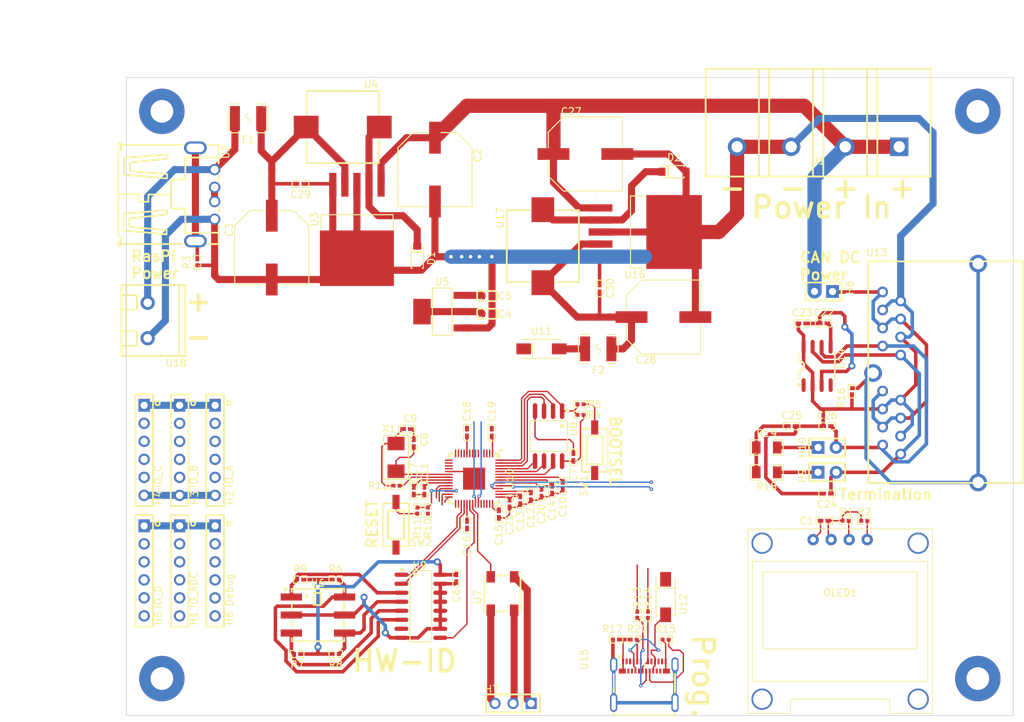
<source format=kicad_pcb>
(kicad_pcb (version 20221018) (generator pcbnew)
  (title_block (title "Dispensy Mainboard") (date "2024-01-21") (rev "0") (company "DrinkRobotics") (comment 1 "https://git.xythobuz.de/thomas/Dispensy") (comment 2 "Licensed under the CERN-OHL-S-2.0+") (comment 3 "PCB Thickness: 1mm") (comment 4 "Copyright (c) 2023 - 2024 Thomas Buck <thomas@xythobuz.de>"))
  (layers (0 "F.Cu" signal) (31 "B.Cu" signal) (34 "B.Paste" user) (35 "F.Paste" user) (36 "B.SilkS" user "B.Silkscreen") (37 "F.SilkS" user "F.Silkscreen") (38 "B.Mask" user) (39 "F.Mask" user) (44 "Edge.Cuts" user))
  (net 0 "")
  (net 1 "GND")
  (net 2 "+3.3V")
  (net 3 "+VDC")
  (net 4 "/EXT_PSU/Vout")
  (net 5 "+5V")
  (net 6 "Net-(U10-XIN)")
  (net 7 "Net-(X1-OSC2)")
  (net 8 "+1V1")
  (net 9 "Net-(U14-CANH)")
  (net 10 "Net-(C25-Pad1)")
  (net 11 "Net-(U14-CANL)")
  (net 12 "/PI/PI_PSU/Vout")
  (net 13 "Net-(U3-OUT)")
  (net 14 "Net-(U16-OUT)")
  (net 15 "/PI/ADC0")
  (net 16 "/PI/ADC1")
  (net 17 "/PI/ADC2")
  (net 18 "/PI/ADC3")
  (net 19 "/PI/IO0")
  (net 20 "/PI/IO1")
  (net 21 "/PI/IO2")
  (net 22 "/PI/IO3")
  (net 23 "/PI/IO4")
  (net 24 "/PI/IO5")
  (net 25 "/PI/IO6")
  (net 26 "/PI/IO7")
  (net 27 "/PI/IO8")
  (net 28 "/PI/IO9")
  (net 29 "/PI/IO10")
  (net 30 "/PI/IO11")
  (net 31 "/PI/IO12")
  (net 32 "/PI/IO13")
  (net 33 "/PI/IO14")
  (net 34 "/PI/IO15")
  (net 35 "/PI/Debug_Clock")
  (net 36 "/PI/Debug_Data")
  (net 37 "/PI/Debug_Tx")
  (net 38 "/PI/Debug_Rx")
  (net 39 "Net-(U7-DO)")
  (net 40 "Net-(H8-Pad1)")
  (net 41 "Net-(H9-Pad1)")
  (net 42 "Net-(H10-Pad1)")
  (net 43 "/PI/I2C_SCL")
  (net 44 "/PI/I2C_SDA")
  (net 45 "Net-(U2-SH1)")
  (net 46 "/PI/SPI_FLASH.SS")
  (net 47 "Net-(R5-Pad1)")
  (net 48 "Net-(U9-D7)")
  (net 49 "Net-(U9-D6)")
  (net 50 "Net-(U9-D5)")
  (net 51 "Net-(U9-D4)")
  (net 52 "Net-(U10-RUN)")
  (net 53 "Net-(R11-Pad2)")
  (net 54 "Net-(U10-XOUT)")
  (net 55 "/PI/USBC.DP")
  (net 56 "Net-(U10-USB_DP)")
  (net 57 "/PI/USBC.DM")
  (net 58 "Net-(U10-USB_DM)")
  (net 59 "Net-(U15-CC2)")
  (net 60 "Net-(R16-Pad1)")
  (net 61 "/PI/USBC.SHIELD")
  (net 62 "Net-(U15-CC1)")
  (net 63 "Net-(U2-D+)")
  (net 64 "/PI/LED_Din")
  (net 65 "/PI/SPI_FLASH.SD1")
  (net 66 "/PI/SPI_FLASH.SD2")
  (net 67 "/PI/SPI_FLASH.SD0")
  (net 68 "/PI/SPI_FLASH.SCLK")
  (net 69 "/PI/SPI_FLASH.SD3")
  (net 70 "/PI/SR_Load")
  (net 71 "/PI/SR_Clock")
  (net 73 "/PI/SR_Data")
  (net 74 "Net-(U10-GPIO24)")
  (net 75 "Net-(U10-GPIO25)")
  (net 76 "/PI/USBC.VBUS")
  (net 87 "Net-(U2-VCC)")
  (net 88 "Net-(U11-A)")
  (footprint "jlc_footprints:HDR-TH_3P-P2.54-V-F" (layer "F.Cu") (at 148 136 180)
    (fp_text reference "H7")
    (fp_text value "WS2812")
  )
  (footprint "jlc_footprints:C0402" (layer "F.Cu") (at 149 107.34763 -90)
    (fp_text reference "C13")
    (fp_text value "1uF")
  )
  (footprint "jlc_footprints:R1206" (layer "F.Cu") (at 183.754966 99.907765)
    (fp_text reference "R19")
    (fp_text value "60R4")
  )
  (footprint "jlc_footprints:TO-263-5_L10.6-W9.6-P1.70-LS15.9-BR" (layer "F.Cu") (at 125.990456 68.034258 90)
    (fp_text reference "U3")
    (fp_text value "LM2576S-5_0_TR")
  )
  (footprint "jlc_footprints:R0402" (layer "F.Cu") (at 136 108.802545 -90)
    (fp_text reference "R10")
    (fp_text value "10K")
  )
  (footprint "jlc_footprints:CAP-SMD_BD10.0-L10.3-W10.3-FD" (layer "F.Cu") (at 158.190482 58.51762)
    (fp_text reference "C27")
    (fp_text value "100uF")
  )
  (footprint "jlc_footprints:HDR-TH_6P-P2.54-V-F" (layer "F.Cu") (at 96 100.310008 -90)
    (fp_text reference "H4")
    (fp_text value "IO_C")
  )
  (footprint "jlc_footprints:CONN-TH_4P-P7.62_L15.2-W31.7-EX4.2" (layer "F.Cu") (at 191 57.5 180)
    (fp_text reference "U1")
    (fp_text value "DBT50G-7_62-4P")
  )
  (footprint "jlc_footprints:R0402" (layer "F.Cu") (at 167 123.5 -90)
    (fp_text reference "R14")
    (fp_text value "27R4")
  )
  (footprint "jlc_footprints:RJ45-TH_DS1129-05-S80BP-X" (layer "F.Cu") (at 206.140469 89.407765 90)
    (fp_text reference "U13")
    (fp_text value "CAN_IO")
  )
  (footprint "jlc_footprints:SOD-123_L2.8-W1.8-LS3.7-RD" (layer "F.Cu") (at 170.690482 61.01762)
    (fp_text reference "D2")
    (fp_text value "MBR340F")
  )
  (footprint "jlc_footprints:C0402" (layer "F.Cu") (at 188.754966 82.407765 180)
    (fp_text reference "C23")
    (fp_text value "47nF")
  )
  (footprint "jlc_footprints:F1812" (layer "F.Cu") (at 110.646558 53.5 180)
    (fp_text reference "F1")
    (fp_text value "ASMD1812-350-16V")
  )
  (footprint "jlc_footprints:C0402" (layer "F.Cu") (at 135.5 106 -90)
    (fp_text reference "C11")
    (fp_text value "100nF")
  )
  (footprint "jlc_footprints:CAP-SMD_BD10.0-L10.3-W10.3-FD" (layer "F.Cu") (at 136.990456 60.717646 -90)
    (fp_text reference "C2")
    (fp_text value "100uF")
  )
  (footprint "jlc_footprints:R0402" (layer "F.Cu") (at 123 118.53813)
    (fp_text reference "R6")
    (fp_text value "10K")
  )
  (footprint "jlc_footprints:C0402" (layer "F.Cu") (at 191.874904 110.23238 180)
    (fp_text reference "C1")
    (fp_text value "100nF")
  )
  (footprint "jlc_footprints:R0402" (layer "F.Cu") (at 165.5 123.5 -90)
    (fp_text reference "R13")
    (fp_text value "27R4")
  )
  (footprint "jlc_footprints:C0402" (layer "F.Cu") (at 147.5 107.802545 -90)
    (fp_text reference "C21")
    (fp_text value "100nF")
  )
  (footprint "jlc_footprints:C0402" (layer "F.Cu") (at 192.254966 96.907765)
    (fp_text reference "C26")
    (fp_text value "100pF")
  )
  (footprint "jlc_footprints:HDR-TH_6P-P2.54-V-F" (layer "F.Cu") (at 106 117.310008 -90)
    (fp_text reference "H6")
    (fp_text value "Debug")
  )
  (footprint "jlc_footprints:C0402" (layer "F.Cu") (at 141.5 110.802545 -90)
    (fp_text reference "C16")
    (fp_text value "100nF")
  )
  (footprint "jlc_footprints:SOT-223-4_L6.5-W3.5-P2.30-LS7.0-BR" (layer "F.Cu") (at 138 80.75)
    (fp_text reference "U5")
    (fp_text value "AMS1117-3_3")
  )
  (footprint "jlc_footprints:SOIC-8_L5.0-W4.0-P1.27-LS6.0-BL" (layer "F.Cu") (at 190.849962 88.407765)
    (fp_text reference "U14")
    (fp_text value "TJA1042T_3_1J")
  )
  (footprint "jlc_footprints:CONN-TH_XY300V-A-5.0-2P" (layer "F.Cu") (at 96.5 82 90)
    (fp_text reference "U18")
    (fp_text value "XY300V-A-5_0-2P")
  )
  (footprint "jlc_footprints:LED-SMD_4P-L5.0-W5.0-LS5.4-TL-1" (layer "F.Cu") (at 146.5 120.5 90)
    (fp_text reference "U7")
    (fp_text value "WS2812E-V5")
  )
  (footprint "MountingHole:MountingHole_3.2mm_M3_Pad_TopBottom" (layer "F.Cu") (at 213.5 52.5)
    (fp_text reference "H12" hide)
    (fp_text value "MountingHole" hide)
  )
  (footprint "jlc_footprints:HDR-TH_6P-P2.54-V-F" (layer "F.Cu") (at 101 117.310008 -90)
    (fp_text reference "H1")
    (fp_text value "IO_ADC")
  )
  (footprint "jlc_footprints:R0402" (layer "F.Cu") (at 103.490456 73.784829 90)
    (fp_text reference "R3")
    (fp_text value "1M")
  )
  (footprint "jlc_footprints:C0402" (layer "F.Cu") (at 156.5 101.25746 90)
    (fp_text reference "C7")
    (fp_text value "100nF")
  )
  (footprint "jlc_footprints:C0402" (layer "F.Cu") (at 133.045085 97.302545 180)
    (fp_text reference "C9")
    (fp_text value "27p")
  )
  (footprint "jlc_footprints:HDR-TH_2P-P2.54-V-M-1" (layer "F.Cu") (at 191.754966 77.907765 180)
    (fp_text reference "H8")
    (fp_text value "PWR")
  )
  (footprint "jlc_footprints:HDR-TH_6P-P2.54-V-F" (layer "F.Cu") (at 106 100.310008 -90)
    (fp_text reference "H2")
    (fp_text value "IO_A")
  )
  (footprint "jlc_footprints:R0402" (layer "F.Cu") (at 194.874904 110.23238 180)
    (fp_text reference "R1")
    (fp_text value "10K")
  )
  (footprint "jlc_footprints:R0402" (layer "F.Cu") (at 165 127 180)
    (fp_text reference "R20")
    (fp_text value "5K1")
  )
  (footprint "jlc_footprints:C0402" (layer "F.Cu") (at 141.5 97.802545 90)
    (fp_text reference "C18")
    (fp_text value "100nF")
  )
  (footprint "jlc_footprints:USB-C-SMD_TYPE-C-USB-18" (layer "F.Cu") (at 166.5 133)
    (fp_text reference "U15")
    (fp_text value "USB-C")
  )
  (footprint "jlc_footprints:C0402" (layer "F.Cu") (at 150.5 106.802545 -90)
    (fp_text reference "C12")
    (fp_text value "1uF")
  )
  (footprint "jlc_footprints:OSC-SMD_2P-L5.0-W3.2" (layer "F.Cu") (at 131.5 101.302545 90)
    (fp_text reference "X1")
    (fp_text value "12MHz")
  )
  (footprint "jlc_footprints:SW-SMD_L6.1-W3.6-LS6.6" (layer "F.Cu") (at 159.5 100.302545 -90)
    (fp_text reference "SW1")
    (fp_text value "BOOTSEL")
  )
  (footprint "MountingHole:MountingHole_3.2mm_M3_Pad_TopBottom" (layer "F.Cu") (at 98.5 52.5)
    (fp_text reference "H11" hide)
    (fp_text value "MountingHole" hide)
  )
  (footprint "jlc_footprints:TO-263-5_L10.6-W9.6-P1.70-LS15.9-BR" (layer "F.Cu") (at 165.507094 69.51762 180)
    (fp_text reference "U16")
    (fp_text value "LM2576S-5_0_TR")
  )
  (footprint "jlc_footprints:R0402" (layer "F.Cu") (at 134.5 108.802545 -90)
    (fp_text reference "R11")
    (fp_text value "1K")
  )
  (footprint "jlc_footprints:R0402" (layer "F.Cu") (at 131.567183 105.302545)
    (fp_text reference "R12")
    (fp_text value "1K")
  )
  (footprint "jlc_footprints:HDR-TH_6P-P2.54-V-F" (layer "F.Cu") (at 101 100.310008 -90)
    (fp_text reference "H3")
    (fp_text value "IO_B")
  )
  (footprint "jlc_footprints:SW-SMD_L6.1-W3.6-LS6.6" (layer "F.Cu") (at 131.5 110.802545 -90)
    (fp_text reference "SW2")
    (fp_text value "RESET")
  )
  (footprint "jlc_footprints:R0402" (layer "F.Cu") (at 162.5 127)
    (fp_text reference "R17")
    (fp_text value "1M")
  )
  (footprint "jlc_footprints:R0402" (layer "F.Cu") (at 157.5 95.302545 180)
    (fp_text reference "R4")
    (fp_text value "10K")
  )
  (footprint "jlc_footprints:R0402" (layer "F.Cu") (at 169.5 127 180)
    (fp_text reference "R15")
    (fp_text value "5K1")
  )
  (footprint "jlc_footprints:C0402" (layer "F.Cu") (at 152 106.302545 -90)
    (fp_text reference "C20")
    (fp_text value "100nF")
  )
  (footprint "jlc_footprints:SOIC-8_L5.3-W5.3-P1.27-LS8.0-BL" (layer "F.Cu") (at 153 98.302545 180)
    (fp_text reference "U8")
    (fp_text value "W25Q128JVSIQ")
  )
  (footprint "jlc_footprints:C0402" (layer "F.Cu") (at 192.254966 106.407765 180)
    (fp_text reference "C24")
    (fp_text value "100pF")
  )
  (footprint "jlc_footprints:SMA_L4.4-W2.8-LS5.4-R-RD" (layer "F.Cu") (at 152 86)
    (fp_text reference "U11")
    (fp_text value "SS54")
  )
  (footprint "jlc_footprints:F1812" (layer "F.Cu") (at 160 86 180)
    (fp_text reference "F2")
    (fp_text value "ASMD1812-350-16V")
  )
  (footprint "MountingHole:MountingHole_3.2mm_M3_Pad_TopBottom" (layer "F.Cu") (at 213.5 132.5)
    (fp_text reference "H14" hide)
    (fp_text value "MountingHole" hide)
  )
  (footprint "jlc_footprints:CAP-SMD_BD10.0-L10.3-W10.3-LS11.3-FD" (layer "F.Cu") (at 113.990456 71.717646 -90)
    (fp_text reference "C3")
    (fp_text value "1000uF")
  )
  (footprint "jlc_footprints:CAP-SMD_BD10.0-L10.3-W10.3-LS11.3-FD" (layer "F.Cu") (at 169.190482 81.51762)
    (fp_text reference "C28")
    (fp_text value "1000uF")
  )
  (footprint "jlc_footprints:C0402" (layer "F.Cu") (at 155 105.302545 -90)
    (fp_text reference "C10")
    (fp_text value "100nF")
  )
  (footprint "jlc_footprints:C0603" (layer "F.Cu") (at 144.3349 78.549975)
    (fp_text reference "C5")
    (fp_text value "10uF")
  )
  (footprint "jlc_footprints:C0402" (layer "F.Cu") (at 145 97.802545 90)
    (fp_text reference "C19")
    (fp_text value "100nF")
  )
  (footprint "jlc_footprints:C0402" (layer "F.Cu") (at 146 109.302545 -90)
    (fp_text reference "C15")
    (fp_text value "100nF")
  )
  (footprint "jlc_footprints:R0402" (layer "F.Cu") (at 195.754966 91.974948 -90)
    (fp_text reference "R16")
    (fp_text value "1M")
  )
  (footprint "jlc_footprints:SMA_L4.4-W2.8-LS5.4-R-RD" (layer "F.Cu") (at 169.5 121 -90)
    (fp_text reference "U12")
    (fp_text value "SS54_C22452")
  )
  (footprint "jlc_footprints:R0402" (layer "F.Cu") (at 157.5 93.802545 180)
    (fp_text reference "R5")
    (fp_text value "1K")
  )
  (footprint "jlc_footprints:SW-SMD_SM_SKCR-16S" (layer "F.Cu") (at 120.5 123.53813 90)
    (fp_text reference "U6")
    (fp_text value "SKCR-16S")
  )
  (footprint "jlc_footprints:C0603" (layer "F.Cu") (at 144.3349 81.049975)
    (fp_text reference "C4")
    (fp_text value "10uF")
  )
  (footprint "jlc_footprints:C0402" (layer "F.Cu") (at 187.254966 96.907765)
    (fp_text reference "C25")
    (fp_text value "4.7nF")
  )
  (footprint "jlc_footprints:C0402" (layer "F.Cu") (at 153.5 105.84763 -90)
    (fp_text reference "C14")
    (fp_text value "100nF")
  )
  (footprint "jlc_footprints:R1206" (layer "F.Cu") (at 183.754966 103.407765 180)
    (fp_text reference "R18")
    (fp_text value "60R4")
  )
  (footprint "jlc_footprints:USB-A-TH_USB-302-T" (layer "F.Cu") (at 104.581769 64.217646 -90)
    (fp_text reference "U2")
    (fp_text value "USB-A")
  )
  (footprint "jlc_footprints:C0402" (layer "F.Cu") (at 140 118.34763 90)
    (fp_text reference "C6")
    (fp_text value "100nF")
  )
  (footprint "jlc_footprints:SOIC-16_L9.9-W3.9-P1.27-LS6.0-BL" (layer "F.Cu") (at 135 122.302545 -90)
    (fp_text reference "U9")
    (fp_text value "74HC165D,653")
  )
  (footprint "jlc_footprints:R0402" (layer "F.Cu") (at 197.5 110.25 180)
    (fp_text reference "R2")
    (fp_text value "10K")
  )
  (footprint "MountingHole:MountingHole_3.2mm_M3_Pad_TopBottom" (layer "F.Cu") (at 98.5 132.5)
    (fp_text reference "H13" hide)
    (fp_text value "MountingHole" hide)
  )
  (footprint "jlc_footprints:SOD-123_L2.8-W1.8-LS3.7-RD" (layer "F.Cu") (at 134.490456 73.217646 -90)
    (fp_text reference "D1")
    (fp_text value "MBR340F")
  )
  (footprint "jlc_footprints:IND-SMD_L11.5-W10.0_YSPI1050" (layer "F.Cu") (at 152.190482 71.51762 -90)
    (fp_text reference "U17")
    (fp_text value "100uH")
  )
  (footprint "jlc_footprints:LQFN-56_L7.0-W7.0-P0.4-EP" (layer "F.Cu") (at 142.499873 104.302545 -90)
    (fp_text reference "U10")
    (fp_text value "RP2040")
  )
  (footprint "jlc_footprints:HDR-TH_6P-P2.54-V-F" (layer "F.Cu") (at 96 117.310008 -90)
    (fp_text reference "H5")
    (fp_text value "IO_D")
  )
  (footprint "jlc_footprints:IND-SMD_L11.5-W10.0_YSPI1050" (layer "F.Cu") (at 123.990456 54.717646 180)
    (fp_text reference "U4")
    (fp_text value "100uH")
  )
  (footprint "jlc_footprints:R0402" (layer "F.Cu") (at 123 129.03813)
    (fp_text reference "R8")
    (fp_text value "10K")
  )
  (footprint "jlc_footprints:C0402" (layer "F.Cu") (at 134 99.302545 -90)
    (fp_text reference "C8")
    (fp_text value "27p")
  )
  (footprint "jlc_footprints:C0402" (layer "F.Cu") (at 118.035541 62.717646 180)
    (fp_text reference "C29")
    (fp_text value "100nF")
  )
  (footprint "jlc_footprints:R0402" (layer "F.Cu") (at 118 118.53813 180)
    (fp_text reference "R9")
    (fp_text value "10K")
  )
  (footprint "extern:SSD1306_0.96_Oled" (layer "F.Cu") (at 181.095 137.405)
    (fp_text reference "OLED1")
    (fp_text value "SSD1306")
  )
  (footprint "jlc_footprints:C0402" (layer "F.Cu") (at 191.754966 82.407765)
    (fp_text reference "C22")
    (fp_text value "100nF")
  )
  (footprint "jlc_footprints:C0402" (layer "F.Cu") (at 134 106 -90)
    (fp_text reference "C17")
    (fp_text value "100nF")
  )
  (footprint "jlc_footprints:HDR-TH_2P-P2.54-V-M-1" (layer "F.Cu") (at 192.254966 99.907765)
    (fp_text reference "H10")
    (fp_text value "T_CL")
  )
  (footprint "jlc_footprints:R0402" (layer "F.Cu") (at 117.567183 129.03813 180)
    (fp_text reference "R7")
    (fp_text value "10K")
  )
  (footprint "jlc_footprints:HDR-TH_2P-P2.54-V-M-1" (layer "F.Cu") (at 192.254966 103.407765)
    (fp_text reference "H9")
    (fp_text value "T_CH")
  )
  (footprint "jlc_footprints:C0402" (layer "F.Cu") (at 160.190482 77.472535 -90)
    (fp_text reference "C30")
    (fp_text value "100nF")
  )
  (gr_rect (start 93.490456 47.717646) (end 218.490456 137.717646) (stroke (width 0.1)) (fill none) (layer "Edge.Cuts"))
  (gr_text "BOOTSEL" (at 161.5 95.302545 -90) (layer "F.SilkS") (effects (font (size 1.5 1.5) (thickness 0.3) bold) (justify left bottom)))
  (gr_text "Power In" (at 181.324632 67.799974) (layer "F.SilkS") (effects (font (size 3 3) (thickness 0.5) bold) (justify left bottom)))
  (gr_text "-" (at 176.689992 65) (layer "F.SilkS") (effects (font (size 3 3) (thickness 0.5) bold) (justify left bottom)))
  (gr_text "Termination" (at 193.754966 107.407765) (layer "F.SilkS") (effects (font (size 1.5 1.5) (thickness 0.3) bold) (justify left bottom)))
  (gr_text "+" (at 192.689992 65) (layer "F.SilkS") (effects (font (size 3 3) (thickness 0.5) bold) (justify left bottom)))
  (gr_text "RasPi\nPower" (at 93.990456 76.217646) (layer "F.SilkS") (effects (font (size 1.5 1.5) (thickness 0.3) bold) (justify left bottom)))
  (gr_text "-" (at 101.5 86) (layer "F.SilkS") (effects (font (size 3 3) (thickness 0.5) bold) (justify left bottom)))
  (gr_text "HW-ID" (at 125 131.802545) (layer "F.SilkS") (effects (font (size 3 3) (thickness 0.5) bold) (justify left bottom)))
  (gr_text "Prog." (at 173 126 -90) (layer "F.SilkS") (effects (font (size 3 3) (thickness 0.5) bold) (justify left bottom)))
  (gr_text "+" (at 200.689992 65) (layer "F.SilkS") (effects (font (size 3 3) (thickness 0.5) bold) (justify left bottom)))
  (gr_text "RESET" (at 129 114.302545 90) (layer "F.SilkS") (effects (font (size 1.5 1.5) (thickness 0.3) bold) (justify left bottom)))
  (gr_text "CAN DC\nPower" (at 188.254966 76.407765) (layer "F.SilkS") (effects (font (size 1.5 1.5) (thickness 0.3) bold) (justify left bottom)))
  (gr_text "+" (at 101.5 81) (layer "F.SilkS") (effects (font (size 3 3) (thickness 0.5) bold) (justify left bottom)))
  (gr_text "-" (at 185.189992 65) (layer "F.SilkS") (effects (font (size 3 3) (thickness 0.5) bold) (justify left bottom)))
  (segment (start 134.490456 74.910051) (end 127.682861 74.910051) (width 1) (layer "F.Cu") (net 1))
  (segment (start 148.545085 108.34763) (end 149 107.892715) (width 0.2) (layer "F.Cu") (net 1))
  (segment (start 148.150114 118.149987) (end 150 119.999873) (width 1) (layer "F.Cu") (net 1))
  (segment (start 137.735585 122.937546) (end 137.735585 121.667544) (width 0.5) (layer "F.Cu") (net 1))
  (segment (start 145.034925 78.549975) (end 145.034925 73.034925) (width 1) (layer "F.Cu") (net 1))
  (segment (start 152 106.84763) (end 153.045085 106.84763) (width 0.2) (layer "F.Cu") (net 1))
  (segment (start 125.990456 62.85087) (end 125.990456 73.217646) (width 1) (layer "F.Cu") (net 1))
  (segment (start 162.932817 127) (end 163.5 127) (width 0.5) (layer "F.Cu") (net 1))
  (segment (start 169.5 127.570002) (end 169.067183 127.137185) (width 0.2) (layer "F.Cu") (net 1))
  (segment (start 191.709881 96.907765) (end 191.709881 94.532733) (width 0.5) (layer "F.Cu") (net 1))
  (segment (start 127 121.03813) (end 127 122.03813) (width 0.5) (layer "F.Cu") (net 1))
  (segment (start 106.490329 76.217519) (end 113.990456 76.217519) (width 1) (layer "F.Cu") (net 1))
  (segment (start 150 135.459995) (end 150.540005 136) (width 1) (layer "F.Cu") (net 1))
  (segment (start 172.382887 67.825215) (end 170.690482 69.51762) (width 1) (layer "F.Cu") (net 1))
  (segment (start 173.690355 81.51762) (end 173.690355 72.517493) (width 1) (layer "F.Cu") (net 1))
  (segment (start 156 98.802545) (end 156.5 99.302545) (width 0.2) (layer "F.Cu") (net 1))
  (segment (start 151.5 107.34763) (end 152 106.84763) (width 0.2) (layer "F.Cu") (net 1))
  (segment (start 187.625096 98.01762) (end 187.800051 97.842665) (width 0.5) (layer "F.Cu") (net 1))
  (segment (start 184.125096 98.01762) (end 187.625096 98.01762) (width 0.5) (layer "F.Cu") (net 1))
  (segment (start 179.569977 66.930023) (end 176.98238 69.51762) (width 2) (layer "F.Cu") (net 1))
  (segment (start 136.990456 73.009544) (end 136.990456 65.217519) (width 1) (layer "F.Cu") (net 1))
  (segment (start 151.5 98.802545) (end 156 98.802545) (width 0.2) (layer "F.Cu") (net 1))
  (segment (start 202.625458 93.217646) (end 204.754966 91.088138) (width 0.5) (layer "F.Cu") (net 1))
  (segment (start 122.990583 76.217519) (end 125.990456 73.217646) (width 1) (layer "F.Cu") (net 1))
  (segment (start 133.59017 97.302545) (end 134 97.712375) (width 0.2) (layer "F.Cu") (net 1))
  (segment (start 190.214961 93.36776) (end 191.334849 94.487648) (width 0.5) (layer "F.Cu") (net 1))
  (segment (start 134.490456 74.910051) (end 135.089949 74.910051) (width 1) (layer "F.Cu") (net 1))
  (segment (start 167.290431 72.917671) (end 170.690482 69.51762) (width 1) (layer "F.Cu") (net 1))
  (segment (start 137.735585 124.207549) (end 137.735585 122.937546) (width 0.5) (layer "F.Cu") (net 1))
  (segment (start 163.5 130.090043) (end 163.5 131.33998) (width 0.2) (layer "F.Cu") (net 1))
  (segment (start 183.625096 98.51762) (end 184.125096 98.01762) (width 0.5) (layer "F.Cu") (net 1))
  (segment (start 169.5 131.33998) (end 169.600076 131.440056) (width 0.2) (layer "F.Cu") (net 1))
  (segment (start 172.382887 61.01762) (end 172.382887 67.825215) (width 1) (layer "F.Cu") (net 1))
  (segment (start 169.067183 127.137185) (end 169.067183 127) (width 0.2) (layer "F.Cu") (net 1))
  (segment (start 185.87949 106.407765) (end 183.625096 104.153371) (width 0.5) (layer "F.Cu") (net 1))
  (segment (start 145.034925 73.034925) (end 145 73) (width 1) (layer "F.Cu") (net 1))
  (segment (start 139.765176 119.127539) (end 140 118.892715) (width 0.5) (layer "F.Cu") (net 1))
  (segment (start 136.990456 73.009544) (end 139.240456 73.009544) (width 1) (layer "F.Cu") (net 1))
  (segment (start 154.454915 106.392715) (end 155 105.84763) (width 0.2) (layer "F.Cu") (net 1))
  (segment (start 146 109.84763) (end 146.954915 109.84763) (width 0.2) (layer "F.Cu") (net 1))
  (segment (start 153.045085 106.84763) (end 153.5 106.392715) (width 0.2) (layer "F.Cu") (net 1))
  (segment (start 145.034925 78.549975) (end 145.034925 81.049975) (width 1) (layer "F.Cu") (net 1))
  (segment (start 163.5 127) (end 164.567183 127) (width 0.5) (layer "F.Cu") (net 1))
  (segment (start 147.5 108.34763) (end 148.545085 108.34763) (width 0.2) (layer "F.Cu") (net 1))
  (segment (start 127.682861 74.910051) (end 125.990456 73.217646) (width 1) (layer "F.Cu") (net 1))
  (segment (start 195.754966 92.407765) (end 195.754966 94.487648) (width 0.5) (layer "F.Cu") (net 1))
  (segment (start 147.5 109.302545) (end 147.5 108.34763) (width 0.2) (layer "F.Cu") (net 1))
  (segment (start 162.690355 58.51762) (end 169.882887 58.51762) (width 1) (layer "F.Cu") (net 1))
  (segment (start 138.949835 103.302545) (end 141.5 103.302545) (width 0.2) (layer "F.Cu") (net 1))
  (segment (start 137.735585 125.477551) (end 137.735585 124.207549) (width 0.5) (layer "F.Cu") (net 1))
  (segment (start 134.61557 126.747554) (end 132.264415 126.747554) (width 0.5) (layer "F.Cu") (net 1))
  (segment (start 163.5 130.090043) (end 163.5 127) (width 0.2) (layer "F.Cu") (net 1))
  (segment (start 145.034925 82.499975) (end 145.034925 81.049975) (width 1) (layer "F.Cu") (net 1))
  (segment (start 146.954915 109.84763) (end 147.5 109.302545) (width 0.2) (layer "F.Cu") (net 1))
  (segment (start 187.189992 57.5) (end 179.569977 57.5) (width 2) (layer "F.Cu") (net 1))
  (segment (start 160.323706 69.51762) (end 170.690482 69.51762) (width 1) (layer "F.Cu") (net 1))
  (segment (start 188.944958 84.097757) (end 188.209881 83.36268) (width 0.5) (layer "F.Cu") (net 1))
  (segment (start 127 122.03813) (end 125.5 123.53813) (width 0.5) (layer "F.Cu") (net 1))
  (segment (start 122.590405 62.85087) (end 122.590405 69.817595) (width 1) (layer "F.Cu") (net 1))
  (segment (start 151.094996 98.397541) (end 151.5 98.802545) (width 0.2) (layer "F.Cu") (net 1))
  (segment (start 173.690355 72.517493) (end 170.690482 69.51762) (width 1) (layer "F.Cu") (net 1))
  (segment (start 105.936735 74.217646) (end 105.936735 75.663925) (width 1) (layer "F.Cu") (net 1))
  (segment (start 190.214961 89.36776) (end 188.944958 88.097757) (width 0.5) (layer "F.Cu") (net 1))
  (segment (start 187.800051 97.842665) (end 187.800051 96.907765) (width 0.5) (layer "F.Cu") (net 1))
  (segment (start 156.5 99.302545) (end 156.5 100.712375) (width 0.2) (layer "F.Cu") (net 1))
  (segment (start 191.329819 110.23238) (end 191.329819 111.860181) (width 0.2) (layer "F.Cu") (net 1))
  (segment (start 135.5 106.545085) (end 134 106.545085) (width 0.2) (layer "F.Cu") (net 1))
  (segment (start 163.5 131.33998) (end 163.399924 131.440056) (width 0.2) (layer "F.Cu") (net 1))
  (segment (start 169.5 130.090043) (end 169.5 131.33998) (width 0.2) (layer "F.Cu") (net 1))
  (segment (start 137.735585 125.477551) (end 135.885573 125.477551) (width 0.5) (layer "F.Cu") (net 1))
  (segment (start 183.625096 104.153371) (end 183.625096 98.51762) (width 0.5) (layer "F.Cu") (net 1))
  (segment (start 169.5 130.090043) (end 169.5 127.570002) (width 0.2) (layer "F.Cu") (net 1))
  (segment (start 113.990456 76.217519) (end 122.990583 76.217519) (width 1) (layer "F.Cu") (net 1))
  (segment (start 137.735585 119.127539) (end 137.735585 120.397541) (width 0.5) (layer "F.Cu") (net 1))
  (segment (start 137.735585 119.127539) (end 139.765176 119.127539) (width 0.5) (layer "F.Cu") (net 1))
  (segment (start 204.754966 86.457136) (end 202.625458 84.327628) (width 0.5) (layer "F.Cu") (net 1))
  (segment (start 150.5 107.34763) (end 151.5 107.34763) (width 0.2) (layer "F.Cu") (net 1))
  (segment (start 144.484925 83.049975) (end 145.034925 82.499975) (width 1) (layer "F.Cu") (net 1))
  (segment (start 176.98238 69.51762) (end 170.690482 69.51762) (width 2) (layer "F.Cu") (net 1))
  (segment (start 188.944958 88.097757) (end 188.944958 85.70266) (width 0.5) (layer "F.Cu") (net 1))
  (segment (start 191.709881 106.407765) (end 185.87949 106.407765) (width 0.5) (layer "F.Cu") (net 1))
  (segment (start 122.590405 69.817595) (end 125.990456 73.217646) (width 1) (layer "F.Cu") (net 1))
  (segment (start 130.709424 126.747554) (end 130 126.03813) (width 0.5) (layer "F.Cu") (net 1))
  (segment (start 150 119.999873) (end 150 135.459995) (width 1) (layer "F.Cu") (net 1))
  (segment (start 179.569977 57.5) (end 179.569977 66.930023) (width 2) (layer "F.Cu") (net 1))
  (segment (start 191.329819 111.860181) (end 190.285 112.905) (width 0.2) (layer "F.Cu") (net 1))
  (segment (start 105.936735 67.717773) (end 105.936735 74.217646) (width 1) (layer "F.Cu") (net 1))
  (segment (start 191.754966 94.487648) (end 195.754966 94.487648) (width 0.5) (layer "F.Cu") (net 1))
  (segment (start 204.754966 91.088138) (end 204.754966 86.457136) (width 0.5) (layer "F.Cu") (net 1))
  (segment (start 118.580626 62.717646) (end 122.457181 62.717646) (width 0.5) (layer "F.Cu") (net 1))
  (segment (start 151.094996 94.772446) (end 151.094996 98.397541) (width 0.2) (layer "F.Cu") (net 1))
  (segment (start 188.209881 82.407765) (end 188.209881 83.36268) (width 0.5) (layer "F.Cu") (net 1))
  (segment (start 125.5 123.53813) (end 124.250064 123.53813) (width 0.5) (layer "F.Cu") (net 1))
  (segment (start 160.190482 73.050895) (end 160.323706 72.917671) (width 0.5) (layer "F.Cu") (net 1))
  (segment (start 160.323706 72.917671) (end 167.290431 72.917671) (width 1) (layer "F.Cu") (net 1))
  (segment (start 188.944958 85.70266) (end 188.944958 84.097757) (width 0.5) (layer "F.Cu") (net 1))
  (segment (start 141.5 103.302545) (end 142.5 104.302545) (width 0.2) (layer "F.Cu") (net 1))
  (segment (start 135.089949 74.910051) (end 136.990456 73.009544) (width 1) (layer "F.Cu") (net 1))
  (segment (start 134 97.712375) (end 134 98.75746) (width 0.2) (layer "F.Cu") (net 1))
  (segment (start 105.936735 75.663925) (end 106.490329 76.217519) (width 1) (layer "F.Cu") (net 1))
  (segment (start 139.25 73) (end 145 73) (width 1) (layer "F.Cu") (net 1))
  (segment (start 103.490456 74.217646) (end 105.936735 74.217646) (width 0.5) (layer "F.Cu") (net 1))
  (segment (start 116.749936 123.53813) (end 124.250064 123.53813) (width 0.5) (layer "F.Cu") (net 1))
  (segment (start 132.264415 126.747554) (end 130.709424 126.747554) (width 0.5) (layer "F.Cu") (net 1))
  (segment (start 195.754966 94.487648) (end 200.085452 94.487648) (width 0.5) (layer "F.Cu") (net 1))
  (segment (start 169.882887 58.51762) (end 172.382887 61.01762) (width 1) (layer "F.Cu") (net 1))
  (segment (start 191.334849 94.487648) (end 191.754966 94.487648) (width 0.5) (layer "F.Cu") (net 1))
  (segment (start 140.8349 83.049975) (end 144.484925 83.049975) (width 1) (layer "F.Cu") (net 1))
  (segment (start 139.240456 73.009544) (end 139.25 73) (width 1) (layer "F.Cu") (net 1))
  (segment (start 135.885573 125.477551) (end 134.61557 126.747554) (width 0.5) (layer "F.Cu") (net 1))
  (segment (start 160.190482 76.92745) (end 160.190482 73.050895) (width 0.5) (layer "F.Cu") (net 1))
  (segment (start 191.709881 96.907765) (end 187.800051 96.907765) (width 0.5) (layer "F.Cu") (net 1))
  (segment (start 122.457181 62.717646) (end 122.590405 62.85087) (width 0.5) (layer "F.Cu") (net 1))
  (segment (start 149.954915 107.892715) (end 150.5 107.34763) (width 0.2) (layer "F.Cu") (net 1))
  (segment (start 153.5 106.392715) (end 154.454915 106.392715) (width 0.2) (layer "F.Cu") (net 1))
  (segment (start 190.214961 91.11287) (end 190.214961 89.36776) (width 0.5) (layer "F.Cu") (net 1))
  (segment (start 190.214961 91.11287) (end 190.214961 93.36776) (width 0.5) (layer "F.Cu") (net 1))
  (segment (start 191.709881 94.532733) (end 191.754966 94.487648) (width 0.5) (layer "F.Cu") (net 1))
  (segment (start 137.735585 121.667544) (end 137.735585 120.397541) (width 0.5) (layer "F.Cu") (net 1))
  (segment (start 149 107.892715) (end 149.954915 107.892715) (width 0.2) (layer "F.Cu") (net 1))
  (via (at 140.75 73) (size 1) (drill 0.5) (layers "F.Cu" "B.Cu") (net 1))
  (via (at 130 126.03813) (size 1) (drill 0.5) (layers "F.Cu" "B.Cu") (net 1))
  (via (at 142 73) (size 1) (drill 0.5) (layers "F.Cu" "B.Cu") (net 1))
  (via (at 139.25 73) (size 1) (drill 0.5) (layers "F.Cu" "B.Cu") (net 1))
  (via (at 145 73) (size 1) (drill 0.5) (layers "F.Cu" "B.Cu") (net 1))
  (via (at 127 121.03813) (size 1) (drill 0.5) (layers "F.Cu" "B.Cu") (net 1))
  (via (at 143.25 73) (size 1) (drill 0.5) (layers "F.Cu" "B.Cu") (net 1))
  (segment (start 204.254966 94.847154) (end 202.625458 93.217646) (width 0.5) (layer "B.Cu") (net 1))
  (segment (start 145 73) (end 166.588087 73) (width 2) (layer "B.Cu") (net 1))
  (segment (start 96 106.660021) (end 101 106.660021) (width 1) (layer "B.Cu") (net 1))
  (segment (start 207.189992 65.5) (end 202.625458 70.064534) (width 1) (layer "B.Cu") (net 1))
  (segment (start 201.355454 93.217646) (end 200.085452 94.487648) (width 0.5) (layer "B.Cu") (net 1))
  (segment (start 143.5 73) (end 145 73) (width 2) (layer "B.Cu") (net 1))
  (segment (start 96.5 84.5) (end 99 82) (width 1) (layer "B.Cu") (net 1))
  (segment (start 127 122.03813) (end 127 121.03813) (width 0.5) (layer "B.Cu") (net 1))
  (segment (start 204.254966 96.668148) (end 204.254966 94.847154) (width 0.5) (layer "B.Cu") (net 1))
  (segment (start 130 125.03813) (end 127 122.03813) (width 0.5) (layer "B.Cu") (net 1))
  (segment (start 202.625458 93.217646) (end 201.355454 93.217646) (width 0.5) (layer "B.Cu") (net 1))
  (segment (start 187.189992 57.5) (end 191.189992 53.5) (width 1) (layer "B.Cu") (net 1))
  (segment (start 139.25 73) (end 140.75 73) (width 2) (layer "B.Cu") (net 1))
  (segment (start 202.625458 84.327628) (end 203.835103 84.327628) (width 0.5) (layer "B.Cu") (net 1))
  (segment (start 201.355454 79.247618) (end 200.085452 80.51762) (width 0.5) (layer "B.Cu") (net 1))
  (segment (start 99 70) (end 101.282227 67.717773) (width 1) (layer "B.Cu") (net 1))
  (segment (start 205.189992 53.5) (end 207.189992 55.5) (width 1) (layer "B.Cu") (net 1))
  (segment (start 130 126.03813) (end 130 125.03813) (width 0.5) (layer "B.Cu") (net 1))
  (segment (start 204.254966 80.877126) (end 202.625458 79.247618) (width 0.5) (layer "B.Cu") (net 1))
  (segment (start 203.835103 84.327628) (end 204.254966 83.907765) (width 0.5) (layer "B.Cu") (net 1))
  (segment (start 143 73) (end 143.5 73) (width 2) (layer "B.Cu") (net 1))
  (segment (start 202.625458 70.064534) (end 202.625458 79.247618) (width 1) (layer "B.Cu") (net 1))
  (segment (start 191.189992 53.5) (end 205.189992 53.5) (width 1) (layer "B.Cu") (net 1))
  (segment (start 142 73) (end 142.25 73) (width 2) (layer "B.Cu") (net 1))
  (segment (start 202.625458 98.297656) (end 204.254966 96.668148) (width 0.5) (layer "B.Cu") (net 1))
  (segment (start 142.25 73) (end 143.25 73) (width 2) (layer "B.Cu") (net 1))
  (segment (start 141 73) (end 142 73) (width 2) (layer "B.Cu") (net 1))
  (segment (start 202.625458 79.247618) (end 201.355454 79.247618) (width 0.5) (layer "B.Cu") (net 1))
  (segment (start 101 106.660021) (end 106 106.660021) (width 1) (layer "B.Cu") (net 1))
  (segment (start 99 82) (end 99 70) (width 1) (layer "B.Cu") (net 1))
  (segment (start 101.282227 67.717773) (end 105.936735 67.717773) (width 1) (layer "B.Cu") (net 1))
  (segment (start 143.25 73) (end 143.75 73) (width 2) (layer "B.Cu") (net 1))
  (segment (start 204.254966 83.907765) (end 204.254966 80.877126) (width 0.5) (layer "B.Cu") (net 1))
  (segment (start 207.189992 55.5) (end 207.189992 65.5) (width 1) (layer "B.Cu") (net 1))
  (segment (start 146.049911 106.902494) (end 147.145034 106.902494) (width 0.2) (layer "F.Cu") (net 2))
  (segment (start 137.735585 117.857536) (end 139.945009 117.857536) (width 0.5) (layer "F.Cu") (net 2))
  (segment (start 157 101.802545) (end 157.5 101.302545) (width 0.2) (layer "F.Cu") (net 2))
  (segment (start 192.419989 112.499989) (end 192.825 112.905) (width 0.2) (layer "F.Cu") (net 2))
  (segment (start 196.5 109) (end 195 109) (width 0.2) (layer "F.Cu") (net 2))
  (segment (start 145.099949 98.447579) (end 145 98.34763) (width 0.2) (layer "F.Cu") (net 2))
  (segment (start 148.699898 106.502443) (end 149 106.802545) (width 0.2) (layer "F.Cu") (net 2))
  (segment (start 152.699898 104.502443) (end 153.5 105.302545) (width 0.2) (layer "F.Cu") (net 2))
  (segment (start 137.735585 116.448721) (end 137.324994 116.03813) (width 0.5) (layer "F.Cu") (net 2))
  (segment (start 154.905004 101.832644) (end 156.469901 101.832644) (width 0.2) (layer "F.Cu") (net 2))
  (segment (start 194.442087 109.557913) (end 194.442087 110.23238) (width 0.2) (layer "F.Cu") (net 2))
  (segment (start 122.567183 129.03813) (end 120.5 129.03813) (width 0.5) (layer "F.Cu") (net 2))
  (segment (start 141.5 107.85271) (end 141.5 110.25746) (width 0.2) (layer "F.Cu") (net 2))
  (segment (start 143.3349 80.75) (end 143.634875 81.049975) (width 1) (layer "F.Cu") (net 2))
  (segment (start 138.949835 104.502443) (end 134.952472 104.502443) (width 0.2) (layer "F.Cu") (net 2))
  (segment (start 192.754966 82.86268) (end 192.300051 82.407765) (width 0.5) (layer "F.Cu") (net 2))
  (segment (start 192.754966 85.70266) (end 192.754966 82.86268) (width 0.5) (layer "F.Cu") (net 2))
  (segment (start 147.954915 106.802545) (end 147.5 107.25746) (width 0.2) (layer "F.Cu") (net 2))
  (segment (start 195 109) (end 194.442087 109.557913) (width 0.2) (layer "F.Cu") (net 2))
  (segment (start 156.5 101.802545) (end 157 101.802545) (width 0.2) (layer "F.Cu") (net 2))
  (segment (start 156.469901 101.832644) (end 156.5 101.802545) (width 0.2) (layer "F.Cu") (net 2))
  (segment (start 120.5 129.03813) (end 118 129.03813) (width 0.5) (layer "F.Cu") (net 2))
  (segment (start 153.5 105.302545) (end 152.454915 105.302545) (width 0.2) (layer "F.Cu") (net 2))
  (segment (start 145.099949 108.402494) (end 145.454915 108.75746) (width 0.2) (layer "F.Cu") (net 2))
  (segment (start 149 106.802545) (end 147.954915 106.802545) (width 0.2) (layer "F.Cu") (net 2))
  (segment (start 140.8349 80.75) (end 143.3349 80.75) (width 1) (layer "F.Cu") (net 2))
  (segment (start 146.049911 104.502443) (end 152.699898 104.502443) (width 0.2) (layer "F.Cu") (net 2))
  (segment (start 145.099949 107.85271) (end 145.099949 108.402494) (width 0.2) (layer "F.Cu") (net 2))
  (segment (start 157.5 101.302545) (end 157.5 96.302545) (width 0.2) (layer "F.Cu") (net 2))
  (segment (start 120.5 128.03813) (end 120.5 129.03813) (width 0.5) (layer "F.Cu") (net 2))
  (segment (start 197.067183 110.25) (end 197.067183 109.567183) (width 0.2) (layer "F.Cu") (net 2))
  (segment (start 134.952472 104.502443) (end 134 105.454915) (width 0.2) (layer "F.Cu") (net 2))
  (segment (start 192.419989 110.23238) (end 192.419989 112.499989) (width 0.2) (layer "F.Cu") (net 2))
  (segment (start 140.8349 80.75) (end 135.1651 80.75) (width 1) (layer "F.Cu") (net 2))
  (segment (start 194.442087 110.23238) (end 192.419989 110.23238) (width 0.2) (layer "F.Cu") (net 2))
  (segment (start 152.454915 105.302545) (end 152 105.75746) (width 0.2) (layer "F.Cu") (net 2))
  (segment (start 120.5 118.53813) (end 120.5 119.53813) (width 0.5) (layer "F.Cu") (net 2))
  (segment (start 139.945009 117.857536) (end 140 117.802545) (width 0.5) (layer "F.Cu") (net 2))
  (segment (start 146.049911 104.902494) (end 151.145034 104.902494) (width 0.2) (layer "F.Cu") (net 2))
  (segment (start 120.5 118.53813) (end 118.432817 118.53813) (width 0.5) (layer "F.Cu") (net 2))
  (segment (start 145.454915 108.75746) (end 146 108.75746) (width 0.2) (layer "F.Cu") (net 2))
  (segment (start 147.145034 106.902494) (end 147.5 107.25746) (width 0.2) (layer "F.Cu") (net 2))
  (segment (start 137.735585 117.857536) (end 137.735585 116.448721) (width 0.5) (layer "F.Cu") (net 2))
  (segment (start 145.099949 100.75238) (end 145.099949 98.447579) (width 0.2) (layer "F.Cu") (net 2))
  (segment (start 157.932817 95.869728) (end 157.932817 95.302545) (width 0.2) (layer "F.Cu") (net 2))
  (segment (start 146.049911 106.502443) (end 148.699898 106.502443) (width 0.2) (layer "F.Cu") (net 2))
  (segment (start 122.567183 118.53813) (end 120.5 118.53813) (width 0.5) (layer "F.Cu") (net 2))
  (segment (start 197.067183 109.567183) (end 196.5 109) (width 0.2) (layer "F.Cu") (net 2))
  (segment (start 141.5 100.75238) (end 141.5 98.34763) (width 0.2) (layer "F.Cu") (net 2))
  (segment (start 157.5 96.302545) (end 157.932817 95.869728) (width 0.2) (layer "F.Cu") (net 2))
  (segment (start 151.145034 104.902494) (end 152 105.75746) (width 0.2) (layer "F.Cu") (net 2))
  (via (at 120.5 119.53813) (size 1) (drill 0.5) (layers "F.Cu" "B.Cu") (net 2))
  (via (at 120.5 128.03813) (size 1) (drill 0.5) (layers "F.Cu" "B.Cu") (net 2))
  (via (at 137.324994 116.03813) (size 1) (drill 0.5) (layers "F.Cu" "B.Cu") (net 2))
  (segment (start 125.5 119.53813) (end 120.5 119.53813) (width 0.5) (layer "B.Cu") (net 2))
  (segment (start 129 116.03813) (end 125.5 119.53813) (width 0.5) (layer "B.Cu") (net 2))
  (segment (start 96 93.959995) (end 101 93.959995) (width 1) (layer "B.Cu") (net 2))
  (segment (start 96 110.959995) (end 101 110.959995) (width 1) (layer "B.Cu") (net 2))
  (segment (start 129 116.03813) (end 137.324994 116.03813) (width 0.5) (layer "B.Cu") (net 2))
  (segment (start 120.5 119.53813) (end 120.5 128.03813) (width 0.5) (layer "B.Cu") (net 2))
  (segment (start 101 93.959995) (end 106 93.959995) (width 1) (layer "B.Cu") (net 2))
  (segment (start 106 110.959995) (end 101 110.959995) (width 1) (layer "B.Cu") (net 2))
  (segment (start 132.990329 56.217773) (end 136.990456 56.217773) (width 1) (layer "F.Cu") (net 3))
  (segment (start 160.323706 66.117569) (end 157.290431 66.117569) (width 1) (layer "F.Cu") (net 3))
  (segment (start 141.490583 51.717646) (end 136.990456 56.217773) (width 2) (layer "F.Cu") (net 3))
  (segment (start 153.490456 51.717646) (end 189.027654 51.717646) (width 2) (layer "F.Cu") (net 3))
  (segment (start 157.290431 66.117569) (end 153.690609 62.517747) (width 1) (layer "F.Cu") (net 3))
  (segment (start 129.390507 62.85087) (end 129.390507 59.817595) (width 1) (layer "F.Cu") (net 3))
  (segment (start 153.690609 51.917799) (end 153.690609 58.51762) (width 2) (layer "F.Cu") (net 3))
  (segment (start 153.690609 62.517747) (end 153.690609 58.51762) (width 1) (layer "F.Cu") (net 3))
  (segment (start 153.490456 51.717646) (end 141.490583 51.717646) (width 2) (layer "F.Cu") (net 3))
  (segment (start 153.490456 51.717646) (end 153.690609 51.917799) (width 2) (layer "F.Cu") (net 3))
  (segment (start 189.027654 51.717646) (end 194.810008 57.5) (width 2) (layer "F.Cu") (net 3))
  (segment (start 129.390507 59.817595) (end 132.990329 56.217773) (width 1) (layer "F.Cu") (net 3))
  (segment (start 194.810008 57.5) (end 202.430023 57.5) (width 2) (layer "F.Cu") (net 3))
  (segment (start 190.484963 61.825045) (end 194.810008 57.5) (width 2) (layer "B.Cu") (net 3))
  (segment (start 190.484963 77.907765) (end 190.484963 61.825045) (width 2) (layer "B.Cu") (net 3))
  (segment (start 113.990456 62.717646) (end 113.990456 60.717646) (width 1) (layer "F.Cu") (net 4))
  (segment (start 124.290431 62.85087) (end 124.290431 60.167735) (width 1) (layer "F.Cu") (net 4))
  (segment (start 112.5 58.077076) (end 113.990456 59.567532) (width 1) (layer "F.Cu") (net 4))
  (segment (start 112.5 53.5) (end 112.5 58.077076) (width 1) (layer "F.Cu") (net 4))
  (segment (start 124.290431 60.167735) (end 118.840342 54.717646) (width 1) (layer "F.Cu") (net 4))
  (segment (start 113.990456 59.567532) (end 118.840342 54.717646) (width 1) (layer "F.Cu") (net 4))
  (segment (start 113.990456 60.717646) (end 113.990456 59.567532) (width 1) (layer "F.Cu") (net 4))
  (segment (start 113.990329 60.717773) (end 113.990456 60.717646) (width 1) (layer "F.Cu") (net 4))
  (segment (start 113.990456 67.217773) (end 113.990456 62.717646) (width 1) (layer "F.Cu") (net 4))
  (segment (start 117.490456 62.717646) (end 113.990456 62.717646) (width 0.5) (layer "F.Cu") (net 4))
  (segment (start 144.849886 122.850013) (end 144.849886 135.389891) (width 1) (layer "F.Cu") (net 5))
  (segment (start 191.754966 80.907765) (end 194.254966 80.907765) (width 0.5) (layer "F.Cu") (net 5))
  (segment (start 191.484963 89.177768) (end 194.984963 89.177768) (width 0.5) (layer "F.Cu") (net 5))
  (segment (start 189.300051 82.407765) (end 191.209881 82.407765) (width 0.5) (layer "F.Cu") (net 5))
  (segment (start 194.754966 81.407765) (end 194.754966 82.907765) (width 0.5) (layer "F.Cu") (net 5))
  (segment (start 143.534925 78.450025) (end 143.634875 78.549975) (width 1) (layer "F.Cu") (net 5))
  (segment (start 144.849886 135.389891) (end 145.459995 136) (width 1) (layer "F.Cu") (net 5))
  (segment (start 194.984963 89.177768) (end 195.754966 88.407765) (width 0.5) (layer "F.Cu") (net 5))
  (segment (start 140.8349 78.450025) (end 143.534925 78.450025) (width 1) (layer "F.Cu") (net 5))
  (segment (start 191.209881 81.45285) (end 191.754966 80.907765) (width 0.5) (layer "F.Cu") (net 5))
  (segment (start 191.209881 82.407765) (end 191.209881 81.45285) (width 0.5) (layer "F.Cu") (net 5))
  (segment (start 191.484963 91.11287) (end 191.484963 89.177768) (width 0.5) (layer "F.Cu") (net 5))
  (segment (start 194.254966 80.907765) (end 194.754966 81.407765) (width 0.5) (layer "F.Cu") (net 5))
  (via (at 195.754966 88.407765) (size 1) (drill 0.5) (layers "F.Cu" "B.Cu") (net 5))
  (via (at 194.754966 82.907765) (size 1) (drill 0.5) (layers "F.Cu" "B.Cu") (net 5))
  (segment (start 195.754966 88.407765) (end 195.754966 83.907765) (width 0.5) (layer "B.Cu") (net 5))
  (segment (start 195.754966 83.907765) (end 194.754966 82.907765) (width 0.5) (layer "B.Cu") (net 5))
  (segment (start 133.5 101.302545) (end 134 100.802545) (width 0.2) (layer "F.Cu") (net 6))
  (segment (start 131.950089 103.702596) (end 131.5 103.252507) (width 0.2) (layer "F.Cu") (net 6))
  (segment (start 138.949835 103.702596) (end 131.950089 103.702596) (width 0.2) (layer "F.Cu") (net 6))
  (segment (start 131.5 101.802545) (end 132 101.302545) (width 0.2) (layer "F.Cu") (net 6))
  (segment (start 134 100.802545) (end 134 99.84763) (width 0.2) (layer "F.Cu") (net 6))
  (segment (start 131.5 103.252507) (end 131.5 101.802545) (width 0.2) (layer "F.Cu") (net 6))
  (segment (start 132 101.302545) (end 133.5 101.302545) (width 0.2) (layer "F.Cu") (net 6))
  (segment (start 130 105.302545) (end 129.5 104.802545) (width 0.2) (layer "F.Cu") (net 7))
  (segment (start 129.5 99.802545) (end 129.949962 99.352583) (width 0.2) (layer "F.Cu") (net 7))
  (segment (start 129.5 104.802545) (end 129.5 99.802545) (width 0.2) (layer "F.Cu") (net 7))
  (segment (start 131.134366 105.302545) (end 130 105.302545) (width 0.2) (layer "F.Cu") (net 7))
  (segment (start 132.5 97.302545) (end 131.5 98.302545) (width 0.2) (layer "F.Cu") (net 7))
  (segment (start 131.5 98.302545) (end 131.5 99.352583) (width 0.2) (layer "F.Cu") (net 7))
  (segment (start 129.949962 99.352583) (end 131.5 99.352583) (width 0.2) (layer "F.Cu") (net 7))
  (segment (start 136.052421 104.902494) (end 135.5 105.454915) (width 0.2) (layer "F.Cu") (net 8))
  (segment (start 146.049911 104.102393) (end 154.344933 104.102393) (width 0.2) (layer "F.Cu") (net 8))
  (segment (start 150.344933 106.102393) (end 150.5 106.25746) (width 0.2) (layer "F.Cu") (net 8))
  (segment (start 138.949835 104.902494) (end 136.052421 104.902494) (width 0.2) (layer "F.Cu") (net 8))
  (segment (start 146.049911 106.102393) (end 150.344933 106.102393) (width 0.2) (layer "F.Cu") (net 8))
  (segment (start 154.344933 104.102393) (end 155 104.75746) (width 0.2) (layer "F.Cu") (net 8))
  (segment (start 193.524969 103.407765) (end 200.055354 103.407765) (width 0.5) (layer "F.Cu") (net 9))
  (segment (start 191.649162 87.827768) (end 190.214961 86.393567) (width 0.5) (layer "F.Cu") (net 9))
  (segment (start 194.795098 86.867633) (end 193.834963 87.827768) (width 0.5) (layer "F.Cu") (net 9))
  (segment (start 193.834963 87.827768) (end 191.649162 87.827768) (width 0.5) (layer "F.Cu") (net 9))
  (segment (start 200.055354 103.407765) (end 202.625458 100.837661) (width 0.5) (layer "F.Cu") (net 9))
  (segment (start 202.625458 86.867633) (end 194.795098 86.867633) (width 0.5) (layer "F.Cu") (net 9))
  (segment (start 190.214961 86.393567) (end 190.214961 85.70266) (width 0.5) (layer "F.Cu") (net 9))
  (segment (start 192.800051 106.407765) (end 192.800051 104.132683) (width 0.5) (layer "F.Cu") (net 9))
  (segment (start 192.800051 104.132683) (end 193.524969 103.407765) (width 0.5) (layer "F.Cu") (net 9))
  (segment (start 205.254966 98.208153) (end 202.625458 100.837661) (width 0.5) (layer "B.Cu") (net 9))
  (segment (start 202.625458 86.867633) (end 205.254966 89.497141) (width 0.5) (layer "B.Cu") (net 9))
  (segment (start 205.254966 89.497141) (end 205.254966 98.208153) (width 0.5) (layer "B.Cu") (net 9))
  (segment (start 182.276175 97.886556) (end 182.276175 99.907765) (width 0.5) (layer "F.Cu") (net 10))
  (segment (start 182.276175 103.407765) (end 182.276175 99.907765) (width 0.5) (layer "F.Cu") (net 10))
  (segment (start 183.254966 96.907765) (end 182.276175 97.886556) (width 0.5) (layer "F.Cu") (net 10))
  (segment (start 186.709881 96.907765) (end 183.254966 96.907765) (width 0.5) (layer "F.Cu") (net 10))
  (segment (start 193.534963 87.127768) (end 191.974969 87.127768) (width 0.5) (layer "F.Cu") (net 11))
  (segment (start 193.524969 99.907765) (end 193.524969 97.632683) (width 0.5) (layer "F.Cu") (net 11))
  (segment (start 199.745345 99.907765) (end 200.085452 99.567658) (width 0.5) (layer "F.Cu") (net 11))
  (segment (start 191.974969 87.127768) (end 191.484963 86.637762) (width 0.5) (layer "F.Cu") (net 11))
  (segment (start 200.085452 85.59763) (end 195.065101 85.59763) (width 0.5) (layer "F.Cu") (net 11))
  (segment (start 191.484963 86.637762) (end 191.484963 85.70266) (width 0.5) (layer "F.Cu") (net 11))
  (segment (start 195.065101 85.59763) (end 193.534963 87.127768) (width 0.5) (layer "F.Cu") (net 11))
  (segment (start 193.524969 99.907765) (end 199.745345 99.907765) (width 0.5) (layer "F.Cu") (net 11))
  (segment (start 193.524969 97.632683) (end 192.800051 96.907765) (width 0.5) (layer "F.Cu") (net 11))
  (segment (start 204.444831 85.59763) (end 206.254966 87.407765) (width 0.5) (layer "B.Cu") (net 11))
  (segment (start 206.254966 87.407765) (end 206.254966 99.407765) (width 0.5) (layer "B.Cu") (net 11))
  (segment (start 203.738069 101.924662) (end 201.771863 101.924662) (width 0.5) (layer "B.Cu") (net 11))
  (segment (start 201.771863 101.924662) (end 200.085452 100.238251) (width 0.5) (layer "B.Cu") (net 11))
  (segment (start 200.085452 85.59763) (end 204.444831 85.59763) (width 0.5) (layer "B.Cu") (net 11))
  (segment (start 200.085452 100.238251) (end 200.085452 99.567658) (width 0.5) (layer "B.Cu") (net 11))
  (segment (start 206.254966 99.407765) (end 203.738069 101.924662) (width 0.5) (layer "B.Cu") (net 11))
  (segment (start 160.323706 71.217645) (end 157.640571 71.217645) (width 1) (layer "F.Cu") (net 12))
  (segment (start 157.040368 81.51762) (end 152.190482 76.667734) (width 1) (layer "F.Cu") (net 12))
  (segment (start 161.625096 81.51762) (end 160.190482 81.51762) (width 1) (layer "F.Cu") (net 12))
  (segment (start 160.190482 78.01762) (end 160.190482 81.51762) (width 0.5) (layer "F.Cu") (net 12))
  (segment (start 160.190482 81.51762) (end 157.040368 81.51762) (width 1) (layer "F.Cu") (net 12))
  (segment (start 164.690609 81.51762) (end 161.625096 81.51762) (width 1) (layer "F.Cu") (net 12))
  (segment (start 164.690609 84.809391) (end 163.5 86) (width 1) (layer "F.Cu") (net 12))
  (segment (start 164.690609 81.51762) (end 164.690609 84.809391) (width 1) (layer "F.Cu") (net 12))
  (segment (start 157.640571 71.217645) (end 152.190482 76.667734) (width 1) (layer "F.Cu") (net 12))
  (segment (start 161.628779 81.521303) (end 161.625096 81.51762) (width 1) (layer "F.Cu") (net 12))
  (segment (start 163.5 86) (end 161.853442 86) (width 1) (layer "F.Cu") (net 12))
  (segment (start 127.690481 62.85087) (end 127.690481 65.917671) (width 1) (layer "F.Cu") (net 13))
  (segment (start 127.690481 62.85087) (end 127.690481 56.167735) (width 1) (layer "F.Cu") (net 13))
  (segment (start 134.490456 69.217646) (end 134.490456 71.525241) (width 1) (layer "F.Cu") (net 13))
  (segment (start 132.490456 67.217646) (end 134.490456 69.217646) (width 1) (layer "F.Cu") (net 13))
  (segment (start 128.990456 67.217646) (end 132.490456 67.217646) (width 1) (layer "F.Cu") (net 13))
  (segment (start 127.690481 56.167735) (end 129.14057 54.717646) (width 1) (layer "F.Cu") (net 13))
  (segment (start 127.690481 65.917671) (end 128.990456 67.217646) (width 1) (layer "F.Cu") (net 13))
  (segment (start 164.690482 66.51762) (end 164.690482 63.01762) (width 1) (layer "F.Cu") (net 14))
  (segment (start 153.640571 67.817595) (end 152.190482 66.367506) (width 1) (layer "F.Cu") (net 14))
  (segment (start 163.390507 67.817595) (end 164.690482 66.51762) (width 1) (layer "F.Cu") (net 14))
  (segment (start 160.323706 67.817595) (end 163.390507 67.817595) (width 1) (layer "F.Cu") (net 14))
  (segment (start 164.690482 63.01762) (end 166.690482 61.01762) (width 1) (layer "F.Cu") (net 14))
  (segment (start 166.690482 61.01762) (end 168.998077 61.01762) (width 1) (layer "F.Cu") (net 14))
  (segment (start 160.323706 67.817595) (end 153.640571 67.817595) (width 1) (layer "F.Cu") (net 14))
  (segment (start 137.2 105.734315) (end 137.2 107) (width 0.2) (layer "F.Cu") (net 35))
  (segment (start 137.631769 105.302545) (end 137.2 105.734315) (width 0.2) (layer "F.Cu") (net 35))
  (segment (start 138.949835 105.302545) (end 137.631769 105.302545) (width 0.2) (layer "F.Cu") (net 35))
  (segment (start 137.797455 105.702545) (end 137.6 105.9) (width 0.2) (layer "F.Cu") (net 36))
  (segment (start 138.949835 105.702596) (end 138.949784 105.702545) (width 0.2) (layer "F.Cu") (net 36))
  (segment (start 137.6 105.9) (end 137.6 107.5) (width 0.2) (layer "F.Cu") (net 36))
  (segment (start 138.949784 105.702545) (end 137.797455 105.702545) (width 0.2) (layer "F.Cu") (net 36))
  (segment (start 138.949835 106.502443) (end 138.099886 106.502443) (width 0.2) (layer "F.Cu") (net 37))
  (segment (start 138 106.602329) (end 138 108) (width 0.2) (layer "F.Cu") (net 37))
  (segment (start 138.099886 106.502443) (end 138 106.602329) (width 0.2) (layer "F.Cu") (net 37))
  (segment (start 138.4 107.452329) (end 138.4 107.6) (width 0.2) (layer "F.Cu") (net 38))
  (segment (start 138.949835 106.902494) (end 138.4 107.452329) (width 0.2) (layer "F.Cu") (net 38))
  (segment (start 148.150114 135.849886) (end 148 136) (width 1) (layer "F.Cu") (net 39))
  (segment (start 148.150114 122.850013) (end 148.150114 135.849886) (width 1) (layer "F.Cu") (net 39))
  (segment (start 206.254966 85.417131) (end 202.625458 81.787623) (width 0.5) (layer "F.Cu") (net 40))
  (segment (start 206.254966 93.407765) (end 206.254966 85.417131) (width 0.5) (layer "F.Cu") (net 40))
  (segment (start 200.085452 77.977615) (end 193.094819 77.977615) (width 0.5) (layer "F.Cu") (net 40))
  (segment (start 202.625458 95.757651) (end 203.90508 95.757651) (width 0.5) (layer "F.Cu") (net 40))
  (segment (start 203.90508 95.757651) (end 206.254966 93.407765) (width 0.5) (layer "F.Cu") (net 40))
  (segment (start 193.094819 77.977615) (end 193.024969 77.907765) (width 0.5) (layer "F.Cu") (net 40))
  (segment (start 202.625458 95.757651) (end 201.355454 95.757651) (width 0.5) (layer "B.Cu") (net 40))
  (segment (start 200.085452 83.057625) (end 198.754966 81.727139) (width 0.5) (layer "B.Cu") (net 40))
  (segment (start 202.625458 81.787623) (end 201.355454 81.787623) (width 0.5) (layer "B.Cu") (net 40))
  (segment (start 198.754966 93.278129) (end 200.085452 91.947643) (width 0.5) (layer "B.Cu") (net 40))
  (segment (start 201.355454 81.787623) (end 200.085452 83.057625) (width 0.5) (layer "B.Cu") (net 40))
  (segment (start 201.355454 95.757651) (end 200.085452 97.027653) (width 0.5) (layer "B.Cu") (net 40))
  (segment (start 198.754966 79.308101) (end 200.085452 77.977615) (width 0.5) (layer "B.Cu") (net 40))
  (segment (start 198.754966 95.697167) (end 198.754966 93.278129) (width 0.5) (layer "B.Cu") (net 40))
  (segment (start 200.085452 97.027653) (end 198.754966 95.697167) (width 0.5) (layer "B.Cu") (net 40))
  (segment (start 198.754966 81.727139) (end 198.754966 79.308101) (width 0.5) (layer "B.Cu") (net 40))
  (segment (start 190.984963 103.407765) (end 185.233757 103.407765) (width 0.5) (layer "F.Cu") (net 41))
  (segment (start 190.984963 99.907765) (end 185.233757 99.907765) (width 0.5) (layer "F.Cu") (net 42))
  (segment (start 195.307721 110.23238) (end 195.307721 112.847721) (width 0.2) (layer "F.Cu") (net 43))
  (segment (start 195.307721 112.847721) (end 195.365 112.905) (width 0.2) (layer "F.Cu") (net 43))
  (segment (start 197.905 112.905) (end 197.905 110.277817) (width 0.2) (layer "F.Cu") (net 44))
  (segment (start 197.905 110.277817) (end 197.932817 110.25) (width 0.2) (layer "F.Cu") (net 44))
  (segment (start 103.490456 73.352012) (end 103.490456 71.051276) (width 0.5) (layer "F.Cu") (net 45))
  (segment (start 103.490456 71.051276) (end 103.226803 70.787623) (width 0.5) (layer "F.Cu") (net 45))
  (segment (start 103.226803 57.647669) (end 103.226803 70.787623) (width 1) (layer "F.Cu") (net 45))
  (segment (start 154.905004 94.772446) (end 156.537084 94.772446) (width 0.2) (layer "F.Cu") (net 46))
  (segment (start 149.2 101.471173) (end 149.2 92.971173) (width 0.2) (layer "F.Cu") (net 46))
  (segment (start 152.830112 92.002545) (end 154.905004 94.077437) (width 0.2) (layer "F.Cu") (net 46))
  (segment (start 149.2 92.971173) (end 150.16863 92.002545) (width 0.2) (layer "F.Cu") (net 46))
  (segment (start 154.905004 94.077437) (end 154.905004 94.772446) (width 0.2) (layer "F.Cu") (net 46))
  (segment (start 148.968577 101.702596) (end 149.2 101.471173) (width 0.2) (layer "F.Cu") (net 46))
  (segment (start 157.067183 93.802545) (end 157.067183 94.242347) (width 0.2) (layer "F.Cu") (net 46))
  (segment (start 146.049911 101.702596) (end 148.968577 101.702596) (width 0.2) (layer "F.Cu") (net 46))
  (segment (start 156.537084 94.772446) (end 157.067183 95.302545) (width 0.2) (layer "F.Cu") (net 46))
  (segment (start 157.067183 94.242347) (end 156.537084 94.772446) (width 0.2) (layer "F.Cu") (net 46))
  (segment (start 150.16863 92.002545) (end 152.830112 92.002545) (width 0.2) (layer "F.Cu") (net 46))
  (segment (start 159 93.802545) (end 157.932817 93.802545) (width 0.2) (layer "F.Cu") (net 47))
  (segment (start 159.5 97.085121) (end 159.5 94.302545) (width 0.2) (layer "F.Cu") (net 47))
  (segment (start 159.5 94.302545) (end 159 93.802545) (width 0.2) (layer "F.Cu") (net 47))
  (segment (start 129 126.53813) (end 129 124.53813) (width 0.5) (layer "F.Cu") (net 48))
  (segment (start 114.75 122.28813) (end 114.5 122.53813) (width 0.5) (layer "F.Cu") (net 48))
  (segment (start 114.5 127.03813) (end 116 128.53813) (width 0.5) (layer "F.Cu") (net 48))
  (segment (start 121.25 122.28813) (end 114.75 122.28813) (width 0.5) (layer "F.Cu") (net 48))
  (segment (start 122.540005 120.998125) (end 121.25 122.28813) (width 0.5) (layer "F.Cu") (net 48))
  (segment (start 116 128.53813) (end 116 130.03813) (width 0.5) (layer "F.Cu") (net 48))
  (segment (start 117.5 131.53813) (end 124 131.53813) (width 0.5) (layer "F.Cu") (net 48))
  (segment (start 124.250064 119.355377) (end 123.432817 118.53813) (width 0.5) (layer "F.Cu") (net 48))
  (segment (start 124 131.53813) (end 129 126.53813) (width 0.5) (layer "F.Cu") (net 48))
  (segment (start 116 130.03813) (end 117.5 131.53813) (width 0.5) (layer "F.Cu") (net 48))
  (segment (start 129 124.53813) (end 129.330581 124.207549) (width 0.5) (layer "F.Cu") (net 48))
  (segment (start 124.250064 120.998125) (end 122.540005 120.998125) (width 0.5) (layer "F.Cu") (net 48))
  (segment (start 129.330581 124.207549) (end 132.264415 124.207549) (width 0.5) (layer "F.Cu") (net 48))
  (segment (start 114.5 122.53813) (end 114.5 127.03813) (width 0.5) (layer "F.Cu") (net 48))
  (segment (start 124.250064 120.998125) (end 124.250064 119.355377) (width 0.5) (layer "F.Cu") (net 48))
  (segment (start 129.100584 122.937546) (end 128 124.03813) (width 0.5) (layer "F.Cu") (net 49))
  (segment (start 128 124.03813) (end 128 126.03813) (width 0.5) (layer "F.Cu") (net 49))
  (segment (start 128 126.03813) (end 123.5 130.53813) (width 0.5) (layer "F.Cu") (net 49))
  (segment (start 116.749936 126.078135) (end 116.749936 128.6537) (width 0.5) (layer "F.Cu") (net 49))
  (segment (start 129.100584 122.937546) (end 132.264415 122.937546) (width 0.5) (layer "F.Cu") (net 49))
  (segment (start 117.134366 129.808132) (end 117.134366 129.03813) (width 0.5) (layer "F.Cu") (net 49))
  (segment (start 123.5 130.53813) (end 117.864364 130.53813) (width 0.5) (layer "F.Cu") (net 49))
  (segment (start 116.749936 128.6537) (end 117.134366 129.03813) (width 0.5) (layer "F.Cu") (net 49))
  (segment (start 117.864364 130.53813) (end 117.134366 129.808132) (width 0.5) (layer "F.Cu") (net 49))
  (segment (start 126.459995 126.078135) (end 124.250064 126.078135) (width 0.5) (layer "F.Cu") (net 50))
  (segment (start 127 125.53813) (end 126.459995 126.078135) (width 0.5) (layer "F.Cu") (net 50))
  (segment (start 124.250064 126.078135) (end 124.250064 128.220883) (width 0.5) (layer "F.Cu") (net 50))
  (segment (start 124.250064 128.220883) (end 123.432817 129.03813) (width 0.5) (layer "F.Cu") (net 50))
  (segment (start 128.870586 121.667544) (end 132.264415 121.667544) (width 0.5) (layer "F.Cu") (net 50))
  (segment (start 127 123.53813) (end 127 125.53813) (width 0.5) (layer "F.Cu") (net 50))
  (segment (start 128.870586 121.667544) (end 127 123.53813) (width 0.5) (layer "F.Cu") (net 50))
  (segment (start 116.749936 120.998125) (end 116.749936 119.355377) (width 0.5) (layer "F.Cu") (net 51))
  (segment (start 117.567183 117.950933) (end 117.567183 118.53813) (width 0.5) (layer "F.Cu") (net 51))
  (segment (start 126.279998 117.818128) (end 117.699988 117.818128) (width 0.5) (layer "F.Cu") (net 51))
  (segment (start 116.749936 119.355377) (end 117.567183 118.53813) (width 0.5) (layer "F.Cu") (net 51))
  (segment (start 117.699988 117.818128) (end 117.567183 117.950933) (width 0.5) (layer "F.Cu") (net 51))
  (segment (start 128.859411 120.397541) (end 126.279998 117.818128) (width 0.5) (layer "F.Cu") (net 51))
  (segment (start 132.264415 120.397541) (end 128.859411 120.397541) (width 0.5) (layer "F.Cu") (net 51))
  (segment (start 136 108.369728) (end 134.5 108.369728) (width 0.2) (layer "F.Cu") (net 52))
  (segment (start 136.5 107.869728) (end 136 108.369728) (width 0.2) (layer "F.Cu") (net 52))
  (segment (start 136.5 106) (end 136.5 107.869728) (width 0.2) (layer "F.Cu") (net 52))
  (segment (start 138.949835 106.102393) (end 139.897607 106.102393) (width 0.2) (layer "F.Cu") (net 52))
  (segment (start 139.897607 106.102393) (end 140 106) (width 0.2) (layer "F.Cu") (net 52))
  (via (at 140 106) (size 0.5) (drill 0.2) (layers "F.Cu" "B.Cu") (net 52))
  (via (at 136.5 106) (size 0.5) (drill 0.2) (layers "F.Cu" "B.Cu") (net 52))
  (segment (start 140 106) (end 136.5 106) (width 0.2) (layer "B.Cu") (net 52))
  (segment (start 134.5 109.235362) (end 131.932817 109.235362) (width 0.2) (layer "F.Cu") (net 53))
  (segment (start 131.5 108.802545) (end 131.5 107.585121) (width 0.2) (layer "F.Cu") (net 53))
  (segment (start 131.932817 109.235362) (end 131.5 108.802545) (width 0.2) (layer "F.Cu") (net 53))
  (segment (start 133.700152 104.102393) (end 132.5 105.302545) (width 0.2) (layer "F.Cu") (net 54))
  (segment (start 132.5 105.302545) (end 132 105.302545) (width 0.2) (layer "F.Cu") (net 54))
  (segment (start 138.949835 104.102393) (end 133.700152 104.102393) (width 0.2) (layer "F.Cu") (net 54))
  (segment (start 166.300127 124.732944) (end 165.5 123.932817) (width 0.2) (layer "F.Cu") (net 55))
  (segment (start 166.300127 128.5) (end 166.000127 128.8) (width 0.2) (layer "F.Cu") (net 55))
  (segment (start 166.000127 128.8) (end 166.000127 130.090043) (width 0.2) (layer "F.Cu") (net 55))
  (segment (start 166.749936 132.750064) (end 166 133.5) (width 0.2) (layer "F.Cu") (net 55))
  (segment (start 166.300127 128.5) (end 166.300127 124.732944) (width 0.2) (layer "F.Cu") (net 55))
  (segment (start 166.749936 131.440056) (end 166.749936 132.750064) (width 0.2) (layer "F.Cu") (net 55))
  (via (at 166 133.5) (size 0.5) (drill 0.2) (layers "F.Cu" "B.Cu") (net 55))
  (via (at 166.300127 128.5) (size 0.5) (drill 0.2) (layers "F.Cu" "B.Cu") (net 55))
  (segment (start 166 133.5) (end 166 128.800127) (width 0.2) (layer "B.Cu") (net 55))
  (segment (start 166 128.800127) (end 166.300127 128.5) (width 0.2) (layer "B.Cu") (net 55))
  (segment (start 147.850051 105.302545) (end 148 105.452494) (width 0.2) (layer "F.Cu") (net 56))
  (segment (start 165.5 116.5) (end 165.5 123.067183) (width 0.2) (layer "F.Cu") (net 56))
  (segment (start 146.049911 105.302545) (end 147.850051 105.302545) (width 0.2) (layer "F.Cu") (net 56))
  (via (at 148 105.452494) (size 0.5) (drill 0.2) (layers "F.Cu" "B.Cu") (net 56))
  (via (at 167.5 105.802545) (size 0.5) (drill 0.2) (layers "F.Cu" "B.Cu") (net 56))
  (segment (start 148 105.452494) (end 167.149949 105.452494) (width 0.2) (layer "B.Cu") (net 56))
  (segment (start 167.149949 105.452494) (end 167.5 105.802545) (width 0.2) (layer "B.Cu") (net 56))
  (segment (start 167.000127 123.932944) (end 167 123.932817) (width 0.2) (layer "F.Cu") (net 57))
  (segment (start 167.000127 130.090043) (end 167.000127 123.932944) (width 0.2) (layer "F.Cu") (net 57))
  (segment (start 167.000127 130.090043) (end 166.250064 130.840106) (width 0.2) (layer "F.Cu") (net 57))
  (segment (start 166.250064 130.840106) (end 166.250064 131.440056) (width 0.2) (layer "F.Cu") (net 57))
  (segment (start 146.049911 105.702596) (end 145.199962 105.702596) (width 0.2) (layer "F.Cu") (net 58))
  (segment (start 145 105.502634) (end 145 105.302545) (width 0.2) (layer "F.Cu") (net 58))
  (segment (start 167 117) (end 167 123.067183) (width 0.2) (layer "F.Cu") (net 58))
  (segment (start 145.199962 105.702596) (end 145 105.502634) (width 0.2) (layer "F.Cu") (net 58))
  (via (at 167.5 104.802545) (size 0.5) (drill 0.2) (layers "F.Cu" "B.Cu") (net 58))
  (via (at 145 105.302545) (size 0.5) (drill 0.2) (layers "F.Cu" "B.Cu") (net 58))
  (segment (start 145.5 104.802545) (end 167.5 104.802545) (width 0.2) (layer "B.Cu") (net 58))
  (segment (start 145 105.302545) (end 145.5 104.802545) (width 0.2) (layer "B.Cu") (net 58))
  (segment (start 167.5 133) (end 170.5 133) (width 0.2) (layer "F.Cu") (net 59))
  (segment (start 167.250064 132.750064) (end 167.5 133) (width 0.2) (layer "F.Cu") (net 59))
  (segment (start 171.5 128.5) (end 170.5 128.5) (width 0.2) (layer "F.Cu") (net 59))
  (segment (start 167.250064 131.440056) (end 167.250064 132.750064) (width 0.2) (layer "F.Cu") (net 59))
  (segment (start 170.5 128.5) (end 169.932817 127.932817) (width 0.2) (layer "F.Cu") (net 59))
  (segment (start 172 131.5) (end 172 129) (width 0.2) (layer "F.Cu") (net 59))
  (segment (start 172 129) (end 171.5 128.5) (width 0.2) (layer "F.Cu") (net 59))
  (segment (start 170.5 133) (end 172 131.5) (width 0.2) (layer "F.Cu") (net 59))
  (segment (start 169.932817 127.932817) (end 169.932817 127) (width 0.2) (layer "F.Cu") (net 59))
  (segment (start 196.599931 91.542131) (end 198.73544 89.406622) (width 0.5) (layer "F.Cu") (net 60))
  (segment (start 195.754966 91.542131) (end 196.599931 91.542131) (width 0.5) (layer "F.Cu") (net 60))
  (segment (start 197.754966 101.407765) (end 197.754966 90.387096) (width 0.5) (layer "B.Cu") (net 60))
  (segment (start 213.545473 73.972789) (end 213.545473 104.842741) (width 0.5) (layer "B.Cu") (net 60))
  (segment (start 197.754966 90.387096) (end 198.73544 89.406622) (width 0.5) (layer "B.Cu") (net 60))
  (segment (start 201.189942 104.842741) (end 197.754966 101.407765) (width 0.5) (layer "B.Cu") (net 60))
  (segment (start 213.545473 104.842741) (end 201.189942 104.842741) (width 0.5) (layer "B.Cu") (net 60))
  (segment (start 162.067183 130.437262) (end 162.179959 130.550038) (width 0.5) (layer "F.Cu") (net 61))
  (segment (start 162.067183 127) (end 162.067183 130.437262) (width 0.5) (layer "F.Cu") (net 61))
  (segment (start 170.820041 135.909957) (end 162.179959 135.909957) (width 0.5) (layer "B.Cu") (net 61))
  (segment (start 162.179959 130.550038) (end 162.179959 135.909957) (width 0.5) (layer "B.Cu") (net 61))
  (segment (start 170.820041 130.550038) (end 170.820041 135.909957) (width 0.5) (layer "B.Cu") (net 61))
  (segment (start 165.5 130.090043) (end 165.5 127.067183) (width 0.25) (layer "F.Cu") (net 62))
  (segment (start 165.5 127.067183) (end 165.432817 127) (width 0.2) (layer "F.Cu") (net 62))
  (segment (start 105.936735 63.217646) (end 105.936735 65.217646) (width 1) (layer "F.Cu") (net 63))
  (segment (start 142.299848 108.602393) (end 143 109.302546) (width 0.2) (layer "F.Cu") (net 64))
  (segment (start 143 114.5) (end 144.849886 116.349886) (width 0.2) (layer "F.Cu") (net 64))
  (segment (start 142.299848 107.85271) (end 142.299848 108.602393) (width 0.2) (layer "F.Cu") (net 64))
  (segment (start 144.849886 116.349886) (end 144.849886 118.149987) (width 0.2) (layer "F.Cu") (net 64))
  (segment (start 143 109.302546) (end 143 114.5) (width 0.2) (layer "F.Cu") (net 64))
  (segment (start 149.6 101.636859) (end 149.6 93.136859) (width 0.2) (layer "F.Cu") (net 65))
  (segment (start 150.334315 92.402545) (end 152.165686 92.402545) (width 0.2) (layer "F.Cu") (net 65))
  (segment (start 146.049961 102.102443) (end 149.134416 102.102443) (width 0.2) (layer "F.Cu") (net 65))
  (segment (start 153.700152 94.707295) (end 153.635001 94.772446) (width 0.2) (layer "F.Cu") (net 65))
  (segment (start 146.049911 102.102393) (end 146.049961 102.102443) (width 0.2) (layer "F.Cu") (net 65))
  (segment (start 149.134416 102.102443) (end 149.6 101.636859) (width 0.2) (layer "F.Cu") (net 65))
  (segment (start 152.165686 92.402545) (end 153.635001 93.87186) (width 0.2) (layer "F.Cu") (net 65))
  (segment (start 153.635001 93.87186) (end 153.635001 94.772446) (width 0.2) (layer "F.Cu") (net 65))
  (segment (start 149.6 93.136859) (end 150.334315 92.402545) (width 0.2) (layer "F.Cu") (net 65))
  (segment (start 150 93.302545) (end 150.5 92.802545) (width 0.2) (layer "F.Cu") (net 66))
  (segment (start 150 101.802545) (end 150 93.302545) (width 0.2) (layer "F.Cu") (net 66))
  (segment (start 152 92.802545) (end 152.364999 93.167544) (width 0.2) (layer "F.Cu") (net 66))
  (segment (start 146.049911 102.502443) (end 149.300102 102.502443) (width 0.2) (layer "F.Cu") (net 66))
  (segment (start 152.364999 93.167544) (end 152.364999 94.772446) (width 0.2) (layer "F.Cu") (net 66))
  (segment (start 150.5 92.802545) (end 152 92.802545) (width 0.2) (layer "F.Cu") (net 66))
  (segment (start 149.300102 102.502443) (end 150 101.802545) (width 0.2) (layer "F.Cu") (net 66))
  (segment (start 150.025146 102.902494) (end 151.094996 101.832644) (width 0.2) (layer "F.Cu") (net 67))
  (segment (start 146.049911 102.902494) (end 150.025146 102.902494) (width 0.2) (layer "F.Cu") (net 67))
  (segment (start 151.304843 103.302545) (end 152.364999 102.242389) (width 0.2) (layer "F.Cu") (net 68))
  (segment (start 146.049911 103.302545) (end 151.304843 103.302545) (width 0.2) (layer "F.Cu") (net 68))
  (segment (start 152.364999 102.242389) (end 152.364999 101.832644) (width 0.2) (layer "F.Cu") (net 68))
  (segment (start 153.635001 102.527653) (end 153.635001 101.832644) (width 0.2) (layer "F.Cu") (net 69))
  (segment (start 152.460058 103.702596) (end 153.635001 102.527653) (width 0.2) (layer "F.Cu") (net 69))
  (segment (start 146.049911 103.702596) (end 152.460058 103.702596) (width 0.2) (layer "F.Cu") (net 69))
  (segment (start 140.699898 109.036961) (end 140.1 109.63686) (width 0.2) (layer "F.Cu") (net 70))
  (segment (start 140.1 111.136859) (end 133.379323 117.857536) (width 0.2) (layer "F.Cu") (net 70))
  (segment (start 133.379323 117.857536) (end 132.264415 117.857536) (width 0.2) (layer "F.Cu") (net 70))
  (segment (start 140.699898 107.85271) (end 140.699898 109.036961) (width 0.2) (layer "F.Cu") (net 70))
  (segment (start 140.1 109.63686) (end 140.1 111.136859) (width 0.2) (layer "F.Cu") (net 70))
  (segment (start 140.5 109.802545) (end 140.5 111.302545) (width 0.2) (layer "F.Cu") (net 71))
  (segment (start 132.675006 119.127539) (end 132.264415 119.127539) (width 0.2) (layer "F.Cu") (net 71))
  (segment (start 141.099949 109.202596) (end 140.5 109.802545) (width 0.2) (layer "F.Cu") (net 71))
  (segment (start 140.5 111.302545) (end 132.675006 119.127539) (width 0.2) (layer "F.Cu") (net 71))
  (segment (start 141.099949 107.85271) (end 141.099949 109.202596) (width 0.2) (layer "F.Cu") (net 71))
  (segment (start 142.5 113.302545) (end 142.5 109.368231) (width 0.2) (layer "F.Cu") (net 73))
  (segment (start 139.554991 126.747554) (end 141.5 124.802545) (width 0.2) (layer "F.Cu") (net 73))
  (segment (start 141.5 124.802545) (end 141.5 114.302545) (width 0.2) (layer "F.Cu") (net 73))
  (segment (start 142.5 109.368231) (end 141.899797 108.768028) (width 0.2) (layer "F.Cu") (net 73))
  (segment (start 141.899797 108.768028) (end 141.899797 107.85271) (width 0.2) (layer "F.Cu") (net 73))
  (segment (start 141.5 114.302545) (end 142.5 113.302545) (width 0.2) (layer "F.Cu") (net 73))
  (segment (start 137.735585 126.747554) (end 139.554991 126.747554) (width 0.2) (layer "F.Cu") (net 73))
  (segment (start 142.699898 107.002443) (end 142.5 106.802545) (width 0.2) (layer "F.Cu") (net 74))
  (segment (start 142.699898 107.85271) (end 142.699898 107.002443) (width 0.2) (layer "F.Cu") (net 74))
  (via (at 142.5 106.802545) (size 0.5) (drill 0.2) (layers "F.Cu" "B.Cu") (net 74))
  (segment (start 142.5 106.802545) (end 142.5 96.302545) (width 0.2) (layer "B.Cu") (net 74))
  (segment (start 143.099949 107.85271) (end 143.099949 106.900051) (width 0.2) (layer "F.Cu") (net 75))
  (segment (start 143.099949 106.900051) (end 143.208033 106.791967) (width 0.2) (layer "F.Cu") (net 75))
  (via (at 143.208033 106.791967) (size 0.5) (drill 0.2) (layers "F.Cu" "B.Cu") (net 75))
  (segment (start 143.5 106.5) (end 143.5 96.302545) (width 0.2) (layer "B.Cu") (net 75))
  (segment (start 143.208033 106.791967) (end 143.5 106.5) (width 0.2) (layer "B.Cu") (net 75))
  (segment (start 165.250064 130.990107) (end 165.000127 130.74017) (width 0.2) (layer "F.Cu") (net 76))
  (segment (start 165.000127 129.000127) (end 165.000127 130.090043) (width 0.2) (layer "F.Cu") (net 76))
  (segment (start 168 128) (end 168.5 128.5) (width 0.2) (layer "F.Cu") (net 76))
  (segment (start 168.000127 129.500127) (end 167.5 129) (width 0.2) (layer "F.Cu") (net 76))
  (segment (start 164.5 128.5) (end 165.000127 129.000127) (width 0.2) (layer "F.Cu") (net 76))
  (segment (start 168 125.003683) (end 168 128) (width 0.2) (layer "F.Cu") (net 76))
  (segment (start 168.000127 130.090043) (end 168.000127 130.690043) (width 0.2) (layer "F.Cu") (net 76))
  (segment (start 165.250064 131.440056) (end 165.250064 130.990107) (width 0.2) (layer "F.Cu") (net 76))
  (segment (start 167.5 129) (end 167.5 128.5) (width 0.2) (layer "F.Cu") (net 76))
  (segment (start 169.5 123.503683) (end 168 125.003683) (width 0.2) (layer "F.Cu") (net 76))
  (segment (start 168.000127 130.690043) (end 167.749936 130.940234) (width 0.2) (layer "F.Cu") (net 76))
  (segment (start 165.000127 130.74017) (end 165.000127 130.090043) (width 0.2) (layer "F.Cu") (net 76))
  (segment (start 167.749936 130.940234) (end 167.749936 131.440056) (width 0.2) (layer "F.Cu") (net 76))
  (segment (start 167.5 128.5) (end 168.5 128.5) (width 0.2) (layer "F.Cu") (net 76))
  (segment (start 168.000127 130.090043) (end 168.000127 129.500127) (width 0.2) (layer "F.Cu") (net 76))
  (via (at 164.5 128.5) (size 0.5) (drill 0.2) (layers "F.Cu" "B.Cu") (net 76))
  (via (at 168.5 128.5) (size 0.5) (drill 0.2) (layers "F.Cu" "B.Cu") (net 76))
  (segment (start 166 127) (end 164.5 128.5) (width 0.2) (layer "B.Cu") (net 76))
  (segment (start 168.5 128.5) (end 167 127) (width 0.2) (layer "B.Cu") (net 76))
  (segment (start 167 127) (end 166 127) (width 0.2) (layer "B.Cu") (net 76))
  (segment (start 108.793116 57.861392) (end 105.936735 60.717773) (width 1) (layer "F.Cu") (net 87))
  (segment (start 108.793116 53.5) (end 108.793116 57.861392) (width 1) (layer "F.Cu") (net 87))
  (segment (start 96.5 79.5) (end 96.5 64.5) (width 1) (layer "B.Cu") (net 87))
  (segment (start 96.5 64.5) (end 100.282227 60.717773) (width 1) (layer "B.Cu") (net 87))
  (segment (start 100.282227 60.717773) (end 105.936735 60.717773) (width 1) (layer "B.Cu") (net 87))
  (segment (start 154.503683 86) (end 158.146558 86) (width 1) (layer "F.Cu") (net 88))
)
</source>
